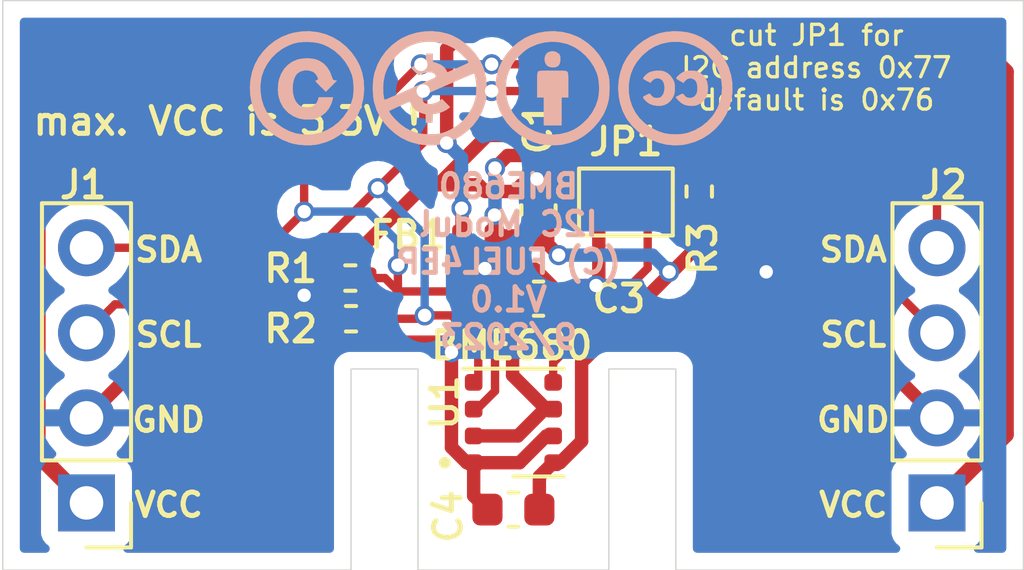
<source format=kicad_pcb>
(kicad_pcb (version 20211014) (generator pcbnew)
  (title_block (title "I2C_Module_BME280_FUEL4EP") (date "2023-09-07") (rev "V1.0") (company "(c) FUEL4EP"))
  (layers (0 "F.Cu" signal) (31 "B.Cu" signal) (34 "B.Paste" user) (35 "F.Paste" user) (36 "B.SilkS" user "B.Silkscreen") (37 "F.SilkS" user "F.Silkscreen") (38 "B.Mask" user) (39 "F.Mask" user) (44 "Edge.Cuts" user))
  (net 0 "")
  (net 1 "VCC")
  (net 2 "GND")
  (net 3 "/SCL")
  (net 4 "/SDA")
  (net 5 "VDDA")
  (net 6 "Net-(JP1-Pad2)")
  (footprint "Capacitor_SMD:C_0603_1608Metric" (layer "F.Cu") (at 16 -10.75 90)
    (fp_text reference "C1" (at 2.45 0 90) (layer "F.SilkS") (effects (font (size 0.8 0.8))))
    (fp_text value "4.7u")
    (fp_line (start -0.14058 -0.51) (end 0.14058 -0.51) (layer "F.SilkS") (width 0.12))
    (fp_line (start -0.14058 0.51) (end 0.14058 0.51) (layer "F.SilkS") (width 0.12))
    (pad "1" smd roundrect (at -0.775 0 90) (size 0.9 0.95) (layers "F.Cu" "F.Paste" "F.Mask") (net 5 "VDDA"))
    (pad "2" smd roundrect (at 0.775 0 90) (size 0.9 0.95) (layers "F.Cu" "F.Paste" "F.Mask") (net 2 "GND"))
  )
  (footprint "Connector_PinHeader_2.54mm:PinHeader_1x04_P2.54mm_Vertical" (layer "F.Cu") (at 2.5 -2 180)
    (fp_text reference "J1" (at 0.1 9.5) (layer "F.SilkS") (effects (font (size 0.8 0.8))))
    (fp_text value "Conn_01x04")
    (fp_line (start -1.33 1.27) (end 1.33 1.27) (layer "F.SilkS") (width 0.12))
    (fp_line (start -1.33 8.95) (end 1.33 8.95) (layer "F.SilkS") (width 0.12))
    (fp_line (start 1.33 1.27) (end 1.33 8.95) (layer "F.SilkS") (width 0.12))
    (fp_line (start -1.33 0) (end -1.33 -1.33) (layer "F.SilkS") (width 0.12))
    (fp_line (start -1.33 1.27) (end -1.33 8.95) (layer "F.SilkS") (width 0.12))
    (fp_line (start -1.33 -1.33) (end 0 -1.33) (layer "F.SilkS") (width 0.12))
    (pad "1" thru_hole rect (at 0 0 180) (size 1.7 1.7) (drill 1) (layers *.Cu *.Mask) (net 1 "VCC"))
    (pad "2" thru_hole oval (at 0 2.54 180) (size 1.7 1.7) (drill 1) (layers *.Cu *.Mask) (net 2 "GND"))
    (pad "3" thru_hole oval (at 0 5.08 180) (size 1.7 1.7) (drill 1) (layers *.Cu *.Mask) (net 3 "/SCL"))
    (pad "4" thru_hole oval (at 0 7.62 180) (size 1.7 1.7) (drill 1) (layers *.Cu *.Mask) (net 4 "/SDA"))
  )
  (footprint "Inductor_SMD:L_0402_1005Metric" (layer "F.Cu") (at 14.2 -10)
    (fp_text reference "FB1" (at -2.1 0) (layer "F.SilkS") (effects (font (size 0.8 0.8))))
    (fp_text value "FerriteBead")
    (pad "1" smd roundrect (at -0.485 0) (size 0.59 0.64) (layers "F.Cu" "F.Paste" "F.Mask") (net 1 "VCC"))
    (pad "2" smd roundrect (at 0.485 0) (size 0.59 0.64) (layers "F.Cu" "F.Paste" "F.Mask") (net 5 "VDDA"))
  )
  (footprint "Connector_PinHeader_2.54mm:PinHeader_1x04_P2.54mm_Vertical" (layer "F.Cu") (at 27.9 -2 180)
    (fp_text reference "J2" (at -0.2 9.5) (layer "F.SilkS") (effects (font (size 0.8 0.8))))
    (fp_text value "Conn_01x04")
    (fp_line (start 1.33 1.27) (end 1.33 8.95) (layer "F.SilkS") (width 0.12))
    (fp_line (start -1.33 -1.33) (end 0 -1.33) (layer "F.SilkS") (width 0.12))
    (fp_line (start -1.33 8.95) (end 1.33 8.95) (layer "F.SilkS") (width 0.12))
    (fp_line (start -1.33 1.27) (end -1.33 8.95) (layer "F.SilkS") (width 0.12))
    (fp_line (start -1.33 0) (end -1.33 -1.33) (layer "F.SilkS") (width 0.12))
    (fp_line (start -1.33 1.27) (end 1.33 1.27) (layer "F.SilkS") (width 0.12))
    (pad "1" thru_hole rect (at 0 0 180) (size 1.7 1.7) (drill 1) (layers *.Cu *.Mask) (net 1 "VCC"))
    (pad "2" thru_hole oval (at 0 2.54 180) (size 1.7 1.7) (drill 1) (layers *.Cu *.Mask) (net 2 "GND"))
    (pad "3" thru_hole oval (at 0 5.08 180) (size 1.7 1.7) (drill 1) (layers *.Cu *.Mask) (net 3 "/SCL"))
    (pad "4" thru_hole oval (at 0 7.62 180) (size 1.7 1.7) (drill 1) (layers *.Cu *.Mask) (net 4 "/SDA"))
  )
  (footprint "Package_LGA:Bosch_LGA-8_3x3mm_P0.8mm_ClockwisePinNumbering" (layer "F.Cu") (at 15.25 -4.4 90)
    (fp_text reference "U1" (at 0.6 -2.05 90) (layer "F.SilkS") (effects (font (size 0.8 0.8))))
    (fp_text value "BME680")
    (fp_line (start -1.61 0) (end -1.61 1.5) (layer "F.SilkS") (width 0.12))
    (fp_line (start 1.61 -1.5) (end 1.61 1.5) (layer "F.SilkS") (width 0.12))
    (pad "1" smd roundrect (at -1.2 -1.1875 90) (size 0.5 0.525) (layers "F.Cu" "F.Paste" "F.Mask") (net 2 "GND"))
    (pad "2" smd roundrect (at -0.4 -1.1875 90) (size 0.5 0.525) (layers "F.Cu" "F.Paste" "F.Mask") (net 1 "VCC"))
    (pad "3" smd roundrect (at 0.4 -1.1875 90) (size 0.5 0.525) (layers "F.Cu" "F.Paste" "F.Mask") (net 4 "/SDA"))
    (pad "4" smd roundrect (at 1.2 -1.1875 90) (size 0.5 0.525) (layers "F.Cu" "F.Paste" "F.Mask") (net 3 "/SCL"))
    (pad "5" smd roundrect (at 1.2 1.1875 90) (size 0.5 0.525) (layers "F.Cu" "F.Paste" "F.Mask") (net 6 "Net-(JP1-Pad2)"))
    (pad "6" smd roundrect (at 0.4 1.1875 90) (size 0.5 0.525) (layers "F.Cu" "F.Paste" "F.Mask") (net 1 "VCC"))
    (pad "7" smd roundrect (at -0.4 1.1875 90) (size 0.5 0.525) (layers "F.Cu" "F.Paste" "F.Mask") (net 2 "GND"))
    (pad "8" smd roundrect (at -1.2 1.1875 90) (size 0.5 0.525) (layers "F.Cu" "F.Paste" "F.Mask") (net 5 "VDDA"))
  )
  (footprint "Jumper:SolderJumper-2_P1.3mm_Bridged_Pad1.0x1.5mm" (layer "F.Cu") (at 18.61 -10.985)
    (fp_text reference "JP1" (at 0 -1.8) (layer "F.SilkS") (effects (font (size 0.8 0.8))))
    (fp_text value "SolderJumper_2_Bridged")
    (fp_poly (pts (xy -0.25 -0.3) (xy 0.25 -0.3) (xy 0.25 0.3) (xy -0.25 0.3)) (layer "F.Cu") (width 0) (fill solid))
    (fp_line (start -1.4 1) (end -1.4 -1) (layer "F.SilkS") (width 0.12))
    (fp_line (start 1.4 -1) (end 1.4 1) (layer "F.SilkS") (width 0.12))
    (fp_line (start 1.4 1) (end -1.4 1) (layer "F.SilkS") (width 0.12))
    (fp_line (start -1.4 -1) (end 1.4 -1) (layer "F.SilkS") (width 0.12))
    (pad "1" smd rect (at -0.65 0) (size 1 1.5) (layers "F.Cu" "F.Mask") (net 2 "GND"))
    (pad "2" smd rect (at 0.65 0) (size 1 1.5) (layers "F.Cu" "F.Mask") (net 6 "Net-(JP1-Pad2)"))
  )
  (footprint "Capacitor_SMD:C_0603_1608Metric" (layer "F.Cu") (at 16 -8.1 180)
    (fp_text reference "C3" (at -2.4 0) (layer "F.SilkS") (effects (font (size 0.8 0.8))))
    (fp_text value "100n")
    (fp_line (start -0.14058 -0.51) (end 0.14058 -0.51) (layer "F.SilkS") (width 0.12))
    (fp_line (start -0.14058 0.51) (end 0.14058 0.51) (layer "F.SilkS") (width 0.12))
    (pad "1" smd roundrect (at -0.775 0 180) (size 0.9 0.95) (layers "F.Cu" "F.Paste" "F.Mask") (net 2 "GND"))
    (pad "2" smd roundrect (at 0.775 0 180) (size 0.9 0.95) (layers "F.Cu" "F.Paste" "F.Mask") (net 1 "VCC"))
  )
  (footprint "Resistor_SMD:R_0402_1005Metric" (layer "F.Cu") (at 10.38 -8.715 180)
    (fp_text reference "R1" (at 1.78 0.285) (layer "F.SilkS") (effects (font (size 0.8 0.8))))
    (fp_text value "4.7k")
    (fp_line (start -0.153641 -0.38) (end 0.153641 -0.38) (layer "F.SilkS") (width 0.12))
    (fp_line (start -0.153641 0.38) (end 0.153641 0.38) (layer "F.SilkS") (width 0.12))
    (pad "1" smd roundrect (at -0.51 0 180) (size 0.54 0.64) (layers "F.Cu" "F.Paste" "F.Mask") (net 4 "/SDA"))
    (pad "2" smd roundrect (at 0.51 0 180) (size 0.54 0.64) (layers "F.Cu" "F.Paste" "F.Mask") (net 2 "GND"))
  )
  (footprint "Resistor_SMD:R_0402_1005Metric" (layer "F.Cu") (at 20.8 -11.3 -90)
    (fp_text reference "R3" (at 1.7 -0.1 -270) (layer "F.SilkS") (effects (font (size 0.8 0.8))))
    (fp_text value "10k")
    (fp_line (start -0.153641 0.38) (end 0.153641 0.38) (layer "F.SilkS") (width 0.12))
    (fp_line (start -0.153641 -0.38) (end 0.153641 -0.38) (layer "F.SilkS") (width 0.12))
    (pad "1" smd roundrect (at -0.51 0 270) (size 0.54 0.64) (layers "F.Cu" "F.Paste" "F.Mask") (net 5 "VDDA"))
    (pad "2" smd roundrect (at 0.51 0 270) (size 0.54 0.64) (layers "F.Cu" "F.Paste" "F.Mask") (net 6 "Net-(JP1-Pad2)"))
  )
  (footprint "Capacitor_SMD:C_0603_1608Metric" (layer "F.Cu") (at 15.25 -1.8)
    (fp_text reference "C4" (at -1.95 0.2 90) (layer "F.SilkS") (effects (font (size 0.8 0.8))))
    (fp_text value "100n")
    (fp_line (start -0.14058 -0.51) (end 0.14058 -0.51) (layer "F.SilkS") (width 0.12))
    (fp_line (start -0.14058 0.51) (end 0.14058 0.51) (layer "F.SilkS") (width 0.12))
    (pad "1" smd roundrect (at -0.775 0) (size 0.9 0.95) (layers "F.Cu" "F.Paste" "F.Mask") (net 2 "GND"))
    (pad "2" smd roundrect (at 0.775 0) (size 0.9 0.95) (layers "F.Cu" "F.Paste" "F.Mask") (net 5 "VDDA"))
  )
  (footprint "Resistor_SMD:R_0402_1005Metric" (layer "F.Cu") (at 10.4 -7.5 180)
    (fp_text reference "R2" (at 1.8 -0.3) (layer "F.SilkS") (effects (font (size 0.8 0.8))))
    (fp_text value "4.7k")
    (fp_line (start -0.153641 -0.38) (end 0.153641 -0.38) (layer "F.SilkS") (width 0.12))
    (fp_line (start -0.153641 0.38) (end 0.153641 0.38) (layer "F.SilkS") (width 0.12))
    (pad "1" smd roundrect (at -0.51 0 180) (size 0.54 0.64) (layers "F.Cu" "F.Paste" "F.Mask") (net 3 "/SCL"))
    (pad "2" smd roundrect (at 0.51 0 180) (size 0.54 0.64) (layers "F.Cu" "F.Paste" "F.Mask") (net 2 "GND"))
  )
  (footprint "FUEL4EP:CC-BY-ND-SA" (layer "B.Cu") (at 14.6 -14.4 180)
    (fp_text reference "LOGO1" hide)
    (fp_text value "Logo_Open_Hardware_Small" hide)
    (fp_poly (pts (xy -5.209548 1.665688) (xy -5.011275 1.624538) (xy -4.972053 1.612777) (xy -4.7484 1.523512) (xy -4.539651 1.404256) (xy -4.349534 1.258324) (xy -4.181776 1.089031) (xy -4.040104 0.899692) (xy -3.928245 0.693624) (xy -3.921431 0.678206) (xy -3.84411 0.458242) (xy -3.797539 0.228325) (xy -3.781301 -0.006356) (xy -3.794982 -0.240611) (xy -3.838168 -0.469251) (xy -3.910442 -0.687086) (xy -4.01139 -0.888927) (xy -4.051842 -0.9525) (xy -4.199518 -1.140499) (xy -4.371038 -1.305048) (xy -4.562485 -1.444516) (xy -4.769941 -1.557273) (xy -4.989492 -1.641687) (xy -5.217219 -1.696128) (xy -5.449207 -1.718963) (xy -5.681539 -1.708563) (xy -5.814786 -1.686684) (xy -6.061183 -1.617314) (xy -6.28875 -1.516971) (xy -6.496853 -1.386071) (xy -6.684853 -1.22503) (xy -6.852113 -1.034264) (xy -6.887783 -0.985947) (xy -7.009938 -0.784507) (xy -7.101444 -0.567448) (xy -7.161776 -0.339383) (xy -7.190409 -0.104923) (xy -7.188641 0.011407) (xy -6.882572 0.011407) (xy -6.870738 -0.196538) (xy -6.826092 -0.401799) (xy -6.748416 -0.601129) (xy -6.637496 -0.79128) (xy -6.579925 -0.86891) (xy -6.433303 -1.025609) (xy -6.261635 -1.160442) (xy -6.07167 -1.269028) (xy -5.87016 -1.346981) (xy -5.823857 -1.359867) (xy -5.67923 -1.385972) (xy -5.516996 -1.396701) (xy -5.351947 -1.392064) (xy -5.198876 -1.372073) (xy -5.142581 -1.359329) (xy -4.989449 -1.307458) (xy -4.830059 -1.232836) (xy -4.678485 -1.142765) (xy -4.568807 -1.061597) (xy -4.415184 -0.911264) (xy -4.289824 -0.740698) (xy -4.193725 -0.553611) (xy -4.12789 -0.353716) (xy -4.093317 -0.144726) (xy -4.091008 0.069647) (xy -4.121961 0.285689) (xy -4.164746 0.438252) (xy -4.237973 0.612176) (xy -4.336239 0.772571) (xy -4.464267 0.926713) (xy -4.516151 0.979714) (xy -4.684396 1.123003) (xy -4.865355 1.233195) (xy -5.061537 1.311404) (xy -5.275449 1.358743) (xy -5.400447 1.371946) (xy -5.62394 1.369882) (xy -5.839153 1.333056) (xy -6.043454 1.26245) (xy -6.234208 1.159049) (xy -6.408782 1.023834) (xy -6.457106 0.977712) (xy -6.606097 0.805066) (xy -6.723355 0.618865) (xy -6.808664 0.422356) (xy -6.861809 0.218788) (xy -6.882572 0.011407) (xy -7.188641 0.011407) (xy -7.186817 0.131323) (xy -7.150476 0.364741) (xy -7.080859 0.590721) (xy -7.070352 0.616857) (xy -6.960716 0.837412) (xy -6.822852 1.039041) (xy -6.659913 1.218727) (xy -6.475054 1.373451) (xy -6.271427 1.500196) (xy -6.052187 1.595945) (xy -6.044305 1.598686) (xy -5.850616 1.649898) (xy -5.639843 1.678229) (xy -5.422613 1.683539) (xy -5.209548 1.665688)) (layer "B.SilkS") (width 0.01) (fill solid))
    (fp_poly (pts (xy -1.636143 1.67626) (xy -1.403079 1.637746) (xy -1.179769 1.568814) (xy -0.986833 1.478224) (xy -0.779738 1.342441) (xy -0.59637 1.181093) (xy -0.43897 0.997087) (xy -0.309774 0.793329) (xy -0.211024 0.572727) (xy -0.159912 0.40461) (xy -0.134681 0.264319) (xy -0.120853 0.10248) (xy -0.118435 -0.06821) (xy -0.127432 -0.235057) (xy -0.147849 -0.385362) (xy -0.159515 -0.439225) (xy -0.230871 -0.66252) (xy -0.33074 -0.8663) (xy -0.461523 -1.054705) (xy -0.61078 -1.2176) (xy -0.806204 -1.384306) (xy -1.015784 -1.517926) (xy -1.241457 -1.619542) (xy -1.437722 -1.679217) (xy -1.538577 -1.697202) (xy -1.66278 -1.709235) (xy -1.797834 -1.714997) (xy -1.931241 -1.71417) (xy -2.050505 -1.706436) (xy -2.119685 -1.696588) (xy -2.351131 -1.637328) (xy -2.562754 -1.551066) (xy -2.759209 -1.435249) (xy -2.945147 -1.287321) (xy -3.050044 -1.185764) (xy -3.208286 -1.001506) (xy -3.33287 -0.808922) (xy -3.426197 -0.603741) (xy -3.482731 -0.416289) (xy -3.501917 -0.306727) (xy -3.514317 -0.173881) (xy -3.519754 -0.029675) (xy -3.519671 -0.022607) (xy -3.211167 -0.022607) (xy -3.204215 -0.178655) (xy -3.183128 -0.319429) (xy -3.177241 -0.344413) (xy -3.107204 -0.548893) (xy -3.004823 -0.74173) (xy -2.873454 -0.917767) (xy -2.716456 -1.071846) (xy -2.689246 -1.094066) (xy -2.577706 -1.177798) (xy -2.476587 -1.241164) (xy -2.372813 -1.291442) (xy -2.256932 -1.334699) (xy -2.05299 -1.384973) (xy -1.838685 -1.40412) (xy -1.622769 -1.391855) (xy -1.460643 -1.360751) (xy -1.271461 -1.294796) (xy -1.089039 -1.197656) (xy -0.919259 -1.074171) (xy -0.768003 -0.929184) (xy -0.641153 -0.767536) (xy -0.553937 -0.614403) (xy -0.500362 -0.489954) (xy -0.463582 -0.374559) (xy -0.441035 -0.25607) (xy -0.430159 -0.122342) (xy -0.428125 -0.018143) (xy -0.431493 0.126899) (xy -0.444246 0.248906) (xy -0.469301 0.360547) (xy -0.509572 0.474491) (xy -0.567975 0.603408) (xy -0.57396 0.615647) (xy -0.614333 0.693833) (xy -0.653441 0.758067) (xy -0.698448 0.817893) (xy -0.756517 0.882857) (xy -0.832654 0.960361) (xy -0.926642 1.050032) (xy -1.00769 1.118049) (xy -1.084943 1.171551) (xy -1.15225 1.209794) (xy -1.360218 1.29886) (xy -1.576631 1.354014) (xy -1.797434 1.374956) (xy -2.018577 1.361389) (xy -2.236007 1.313013) (xy -2.293345 1.294018) (xy -2.476559 1.21055) (xy -2.649753 1.09605) (xy -2.808183 0.955386) (xy -2.947102 0.793426) (xy -3.061764 0.615039) (xy -3.147424 0.425093) (xy -3.151415 0.413789) (xy -3.184347 0.285953) (xy -3.204404 0.136375) (xy -3.211167 -0.022607) (xy -3.519671 -0.022607) (xy -3.518052 0.113967) (xy -3.509036 0.24512) (xy -3.493989 0.345158) (xy -3.427876 0.571279) (xy -3.329181 0.786611) (xy -3.200928 0.987354) (xy -3.046142 1.169705) (xy -2.867847 1.329863) (xy -2.669069 1.464024) (xy -2.556978 1.523035) (xy -2.339379 1.607745) (xy -2.109742 1.661415) (xy -1.873514 1.684202) (xy -1.636143 1.67626)) (layer "B.SilkS") (width 0.01) (fill solid))
    (fp_poly (pts (xy -5.843953 0.500439) (xy -5.757446 0.482839) (xy -5.749031 0.480035) (xy -5.700535 0.455967) (xy -5.644831 0.418203) (xy -5.590408 0.373943) (xy -5.545751 0.33039) (xy -5.519348 0.294746) (xy -5.515644 0.281973) (xy -5.53052 0.264326) (xy -5.569301 0.236276) (xy -5.623252 0.204088) (xy -5.730645 0.145104) (xy -5.769091 0.199097) (xy -5.828835 0.254083) (xy -5.904 0.280239) (xy -5.984781 0.27482) (xy -6.009283 0.266361) (xy -6.072088 0.228314) (xy -6.113801 0.172277) (xy -6.13806 0.091943) (xy -6.14572 0.029835) (xy -6.145108 -0.086167) (xy -6.121607 -0.177082) (xy -6.074001 -0.246926) (xy -6.057111 -0.262478) (xy -5.991622 -0.298108) (xy -5.916913 -0.309361) (xy -5.843584 -0.297538) (xy -5.782234 -0.263942) (xy -5.750213 -0.224782) (xy -5.728724 -0.194672) (xy -5.701887 -0.184365) (xy -5.662118 -0.194242) (xy -5.601833 -0.224686) (xy -5.587104 -0.233015) (xy -5.49678 -0.284602) (xy -5.571814 -0.369845) (xy -5.658971 -0.452843) (xy -5.751414 -0.505228) (xy -5.859562 -0.531957) (xy -5.923643 -0.537288) (xy -5.996805 -0.538034) (xy -6.063044 -0.534665) (xy -6.105072 -0.528499) (xy -6.218229 -0.481018) (xy -6.316183 -0.404686) (xy -6.391717 -0.306046) (xy -6.422688 -0.240452) (xy -6.45238 -0.117926) (xy -6.458053 0.016497) (xy -6.439748 0.147547) (xy -6.421555 0.207195) (xy -6.373897 0.296042) (xy -6.303931 0.37868) (xy -6.221605 0.445362) (xy -6.136867 0.486341) (xy -6.136564 0.486432) (xy -6.049851 0.502506) (xy -5.946868 0.507085) (xy -5.843953 0.500439)) (layer "B.SilkS") (width 0.01) (fill solid))
    (fp_poly (pts (xy -4.925138 0.505796) (xy -4.81855 0.491246) (xy -4.726924 0.463993) (xy -4.693669 0.447651) (xy -4.639115 0.409823) (xy -4.588988 0.365166) (xy -4.550081 0.321093) (xy -4.529184 0.285019) (xy -4.529165 0.268063) (xy -4.549131 0.252659) (xy -4.592001 0.22733) (xy -4.641358 0.20123) (xy -4.744357 0.149271) (xy -4.777776 0.193653) (xy -4.817814 0.232366) (xy -4.869336 0.265727) (xy -4.872397 0.267221) (xy -4.947499 0.28463) (xy -5.023094 0.271287) (xy -5.087866 0.230532) (xy -5.116265 0.195244) (xy -5.152204 0.107439) (xy -5.165591 0.007448) (xy -5.157294 -0.093932) (xy -5.128182 -0.185902) (xy -5.079925 -0.256867) (xy -5.0414 -0.288969) (xy -4.999968 -0.304281) (xy -4.939733 -0.308413) (xy -4.93386 -0.308429) (xy -4.874027 -0.305564) (xy -4.833513 -0.292248) (xy -4.795506 -0.2614) (xy -4.777066 -0.242382) (xy -4.714776 -0.176335) (xy -4.624054 -0.218826) (xy -4.57219 -0.244896) (xy -4.535268 -0.266765) (xy -4.524183 -0.276124) (xy -4.527781 -0.301789) (xy -4.554432 -0.341255) (xy -4.597453 -0.387528) (xy -4.650161 -0.433616) (xy -4.705872 -0.472524) (xy -4.719126 -0.480114) (xy -4.824046 -0.520178) (xy -4.944788 -0.539238) (xy -5.06673 -0.536033) (xy -5.152572 -0.517493) (xy -5.26254 -0.463284) (xy -5.353645 -0.37893) (xy -5.418378 -0.277249) (xy -5.44427 -0.218917) (xy -5.459545 -0.165976) (xy -5.466834 -0.104803) (xy -5.468772 -0.021776) (xy -5.468776 -0.016534) (xy -5.467255 0.066199) (xy -5.460852 0.126179) (xy -5.446806 0.176873) (xy -5.422354 0.231753) (xy -5.414807 0.246699) (xy -5.344396 0.350781) (xy -5.253868 0.432217) (xy -5.150323 0.484924) (xy -5.12913 0.49136) (xy -5.03317 0.506286) (xy -4.925138 0.505796)) (layer "B.SilkS") (width 0.01) (fill solid))
    (fp_poly (pts (xy 2.004497 1.677952) (xy 2.239964 1.640843) (xy 2.466241 1.573957) (xy 2.677838 1.477988) (xy 2.781126 1.416245) (xy 2.980099 1.265197) (xy 3.152477 1.090769) (xy 3.296565 0.895326) (xy 3.41067 0.681233) (xy 3.493097 0.450855) (xy 3.504902 0.405983) (xy 3.530828 0.262819) (xy 3.544851 0.098346) (xy 3.546966 -0.074642) (xy 3.53717 -0.24335) (xy 3.515455 -0.394984) (xy 3.505228 -0.440896) (xy 3.435023 -0.661014) (xy 3.337718 -0.86115) (xy 3.210384 -1.046302) (xy 3.050096 -1.221468) (xy 3.045444 -1.225952) (xy 2.879178 -1.371149) (xy 2.711865 -1.486251) (xy 2.534883 -1.576649) (xy 2.404276 -1.626876) (xy 2.175011 -1.687526) (xy 1.937941 -1.717256) (xy 1.701738 -1.715379) (xy 1.542143 -1.695) (xy 1.316831 -1.636381) (xy 1.100807 -1.54555) (xy 0.897824 -1.425774) (xy 0.711631 -1.280321) (xy 0.54598 -1.112458) (xy 0.404622 -0.925453) (xy 0.291308 -0.722574) (xy 0.221183 -0.544286) (xy 0.187458 -0.42911) (xy 0.16476 -0.32333) (xy 0.151773 -0.215805) (xy 0.147183 -0.09539) (xy 0.148609 -0.012653) (xy 0.453886 -0.012653) (xy 0.462432 -0.189028) (xy 0.489328 -0.345411) (xy 0.537478 -0.494643) (xy 0.588379 -0.607786) (xy 0.705747 -0.806105) (xy 0.847631 -0.977745) (xy 1.014726 -1.123399) (xy 1.207726 -1.243761) (xy 1.244985 -1.262654) (xy 1.356604 -1.313919) (xy 1.456625 -1.350444) (xy 1.555093 -1.37419) (xy 1.662052 -1.387115) (xy 1.787548 -1.391182) (xy 1.895928 -1.389701) (xy 2.011783 -1.385462) (xy 2.100421 -1.378873) (xy 2.170889 -1.368794) (xy 2.232236 -1.354087) (xy 2.267465 -1.342897) (xy 2.432452 -1.278043) (xy 2.575614 -1.201601) (xy 2.708674 -1.106262) (xy 2.843352 -0.984717) (xy 2.846005 -0.982105) (xy 2.924337 -0.900668) (xy 2.987461 -0.826668) (xy 3.032432 -0.764215) (xy 3.056307 -0.717421) (xy 3.056142 -0.690396) (xy 3.055431 -0.689619) (xy 3.03471 -0.677732) (xy 2.987457 -0.654544) (xy 2.920282 -0.623012) (xy 2.839792 -0.586097) (xy 2.752595 -0.546758) (xy 2.6653 -0.507955) (xy 2.584516 -0.472646) (xy 2.516849 -0.443792) (xy 2.468909 -0.424352) (xy 2.447347 -0.417286) (xy 2.433463 -0.432531) (xy 2.416458 -0.469726) (xy 2.4147 -0.474635) (xy 2.361869 -0.573238) (xy 2.279408 -0.658617) (xy 2.172931 -0.726175) (xy 2.054208 -0.769775) (xy 1.9685 -0.791694) (xy 1.966376 -0.917454) (xy 1.964253 -1.043214) (xy 1.768928 -1.043214) (xy 1.758358 -0.78466) (xy 1.651666 -0.772589) (xy 1.556675 -0.75144) (xy 1.45191 -0.711814) (xy 1.353461 -0.660683) (xy 1.289366 -0.615597) (xy 1.245231 -0.578461) (xy 1.365851 -0.457841) (xy 1.486471 -0.337222) (xy 1.52814 -0.376367) (xy 1.599844 -0.42682) (xy 1.688433 -0.464262) (xy 1.784297 -0.487079) (xy 1.877826 -0.493657) (xy 1.959408 -0.482382) (xy 2.012083 -0.457629) (xy 2.041772 -0.429061) (xy 2.055706 -0.392767) (xy 2.059214 -0.334737) (xy 2.059214 -0.33372) (xy 2.057109 -0.27913) (xy 2.04614 -0.247513) (xy 2.019323 -0.225605) (xy 1.995714 -0.213102) (xy 1.944855 -0.188646) (xy 1.869545 -0.153905) (xy 1.773873 -0.110654) (xy 1.661926 -0.06067) (xy 1.537793 -0.005728) (xy 1.40556 0.052397) (xy 1.269315 0.111929) (xy 1.133145 0.171093) (xy 1.00114 0.228113) (xy 0.877385 0.281213) (xy 0.765969 0.328618) (xy 0.67098 0.368552) (xy 0.596505 0.39924) (xy 0.546631 0.418906) (xy 0.525446 0.425775) (xy 0.525079 0.4257) (xy 0.509594 0.399671) (xy 0.493846 0.345314) (xy 0.479123 0.270558) (xy 0.466712 0.183325) (xy 0.457899 0.091544) (xy 0.453974 0.003139) (xy 0.453886 -0.012653) (xy 0.148609 -0.012653) (xy 0.149673 0.049056) (xy 0.150016 0.058632) (xy 0.170045 0.288086) (xy 0.213987 0.494986) (xy 0.284269 0.686021) (xy 0.321729 0.754798) (xy 0.68963 0.754798) (xy 0.705166 0.738069) (xy 0.745722 0.713385) (xy 0.802544 0.686068) (xy 0.803022 0.685861) (xy 0.866491 0.658202) (xy 0.951129 0.621009) (xy 1.044976 0.579548) (xy 1.120374 0.54608) (xy 1.324534 0.455224) (xy 1.36126 0.527213) (xy 1.426479 0.615262) (xy 1.522788 0.685016) (xy 1.649796 0.736222) (xy 1.709964 0.751645) (xy 1.736079 0.759245) (xy 1.750997 0.7733) (xy 1.75785 0.802453) (xy 1.759769 0.855343) (xy 1.759857 0.889346) (xy 1.759857 1.016) (xy 1.959428 1.016) (xy 1.959428 0.763644) (xy 2.027464 0.752492) (xy 2.110114 0.733338) (xy 2.198444 0.703976) (xy 2.279314 0.669466) (xy 2.339584 0.634867) (xy 2.346385 0.629703) (xy 2.396383 0.589643) (xy 2.177621 0.373537) (xy 2.091696 0.415283) (xy 1.999013 0.449818) (xy 1.906475 0.465989) (xy 1.820922 0.464512) (xy 1.749195 0.446104) (xy 1.698134 0.411481) (xy 1.67656 0.371796) (xy 1.67292 0.330936) (xy 1.68045 0.308027) (xy 1.70022 0.297221) (xy 1.749075 0.273733) (xy 1.822903 0.23939) (xy 1.917596 0.196024) (xy 2.029046 0.145462) (xy 2.153142 0.089536) (xy 2.285775 0.030073) (xy 2.422837 -0.031096) (xy 2.560218 -0.092142) (xy 2.693809 -0.151236) (xy 2.819501 -0.206547) (xy 2.933184 -0.256248) (xy 3.03075 -0.298508) (xy 3.108089 -0.331498) (xy 3.161091 -0.353388) (xy 3.185649 -0.362349) (xy 3.186492 -0.362469) (xy 3.204742 -0.347183) (xy 3.217829 -0.312964) (xy 3.240011 -0.150735) (xy 3.242527 0.027907) (xy 3.226174 0.209412) (xy 3.191753 0.38023) (xy 3.173303 0.441931) (xy 3.098341 0.614798) (xy 2.992572 0.78221) (xy 2.861473 0.938372) (xy 2.710522 1.077488) (xy 2.545195 1.193762) (xy 2.385748 1.275307) (xy 2.183792 1.341028) (xy 1.972543 1.3741) (xy 1.757563 1.374978) (xy 1.544415 1.344119) (xy 1.338661 1.281978) (xy 1.145866 1.189011) (xy 1.116601 1.171312) (xy 1.060957 1.132024) (xy 0.994994 1.07838) (xy 0.924194 1.01573) (xy 0.854044 0.949424) (xy 0.790028 0.884813) (xy 0.737631 0.827246) (xy 0.702338 0.782075) (xy 0.68963 0.754798) (xy 0.321729 0.754798) (xy 0.383319 0.867877) (xy 0.505043 1.036698) (xy 0.651739 1.197408) (xy 0.818283 1.341616) (xy 0.997318 1.464061) (xy 1.181489 1.559483) (xy 1.297846 1.603681) (xy 1.527949 1.660064) (xy 1.765329 1.68459) (xy 2.004497 1.677952)) (layer "B.SilkS") (width 0.01) (fill solid))
    (fp_poly (pts (xy 5.670842 1.677935) (xy 5.915989 1.63849) (xy 6.050643 1.601909) (xy 6.269262 1.514938) (xy 6.474607 1.395684) (xy 6.663296 1.246777) (xy 6.831945 1.070844) (xy 6.962883 0.892993) (xy 7.071921 0.691595) (xy 7.150769 0.474874) (xy 7.199461 0.247583) (xy 7.218029 0.014479) (xy 7.206508 -0.219682) (xy 7.164931 -0.450144) (xy 7.09333 -0.672153) (xy 6.99174 -0.880951) (xy 6.949976 -0.948698) (xy 6.811165 -1.129568) (xy 6.644386 -1.293309) (xy 6.455571 -1.435725) (xy 6.250655 -1.552615) (xy 6.035573 -1.639782) (xy 5.930782 -1.669753) (xy 5.763154 -1.700578) (xy 5.581777 -1.715724) (xy 5.400261 -1.714879) (xy 5.232217 -1.697733) (xy 5.17534 -1.687012) (xy 4.941487 -1.621211) (xy 4.729088 -1.529022) (xy 4.533181 -1.407644) (xy 4.348806 -1.254278) (xy 4.270165 -1.176054) (xy 4.111735 -0.985678) (xy 3.986368 -0.780431) (xy 3.894291 -0.560879) (xy 3.83573 -0.327589) (xy 3.810911 -0.08113) (xy 3.81 -0.02224) (xy 3.810835 -0.007953) (xy 4.121254 -0.007953) (xy 4.124758 -0.146854) (xy 4.13872 -0.270671) (xy 4.144659 -0.301355) (xy 4.206645 -0.50465) (xy 4.299913 -0.695355) (xy 4.420897 -0.8702) (xy 4.566033 -1.025918) (xy 4.731755 -1.159241) (xy 4.914498 -1.2669) (xy 5.110698 -1.345626) (xy 5.316789 -1.392153) (xy 5.337499 -1.394872) (xy 5.49535 -1.403679) (xy 5.664778 -1.395219) (xy 5.826203 -1.370751) (xy 5.869071 -1.360751) (xy 6.056878 -1.295399) (xy 6.239622 -1.198982) (xy 6.410435 -1.076679) (xy 6.562449 -0.933665) (xy 6.688794 -0.775117) (xy 6.727552 -0.713739) (xy 6.813562 -0.533659) (xy 6.872816 -0.335649) (xy 6.904311 -0.127345) (xy 6.907043 0.083619) (xy 6.880007 0.28961) (xy 6.866866 0.345744) (xy 6.799893 0.535577) (xy 6.701334 0.717408) (xy 6.575816 0.885598) (xy 6.42796 1.034507) (xy 6.262392 1.158496) (xy 6.147519 1.223027) (xy 6.017285 1.282756) (xy 5.90246 1.32426) (xy 5.790443 1.350436) (xy 5.668632 1.364183) (xy 5.524424 1.3684) (xy 5.515428 1.368413) (xy 5.338795 1.361192) (xy 5.184248 1.337577) (xy 5.040251 1.29482) (xy 4.895269 1.230173) (xy 4.862285 1.212842) (xy 4.682817 1.096421) (xy 4.520049 0.951294) (xy 4.378505 0.782938) (xy 4.262708 0.596828) (xy 4.17718 0.398441) (xy 4.168965 0.373438) (xy 4.143811 0.264774) (xy 4.127756 0.133449) (xy 4.121254 -0.007953) (xy 3.810835 -0.007953) (xy 3.824302 0.222432) (xy 3.868255 0.448631) (xy 3.94343 0.660866) (xy 4.051396 0.863645) (xy 4.182697 1.047804) (xy 4.349783 1.228665) (xy 4.537058 1.380734) (xy 4.741512 1.503119) (xy 4.960129 1.594925) (xy 5.189899 1.655259) (xy 5.427807 1.683227) (xy 5.670842 1.677935)) (layer "B.SilkS") (width 0.01) (fill solid))
    (fp_poly (pts (xy -1.684775 0.507665) (xy -1.582561 0.506458) (xy -1.507467 0.504075) (xy -1.454911 0.500211) (xy -1.420315 0.494563) (xy -1.399096 0.486826) (xy -1.389225 0.47949) (xy -1.379373 0.464706) (xy -1.37202 0.4396) (xy -1.366826 0.399396) (xy -1.363449 0.339319) (xy -1.361547 0.254593) (xy -1.36078 0.140441) (xy -1.360715 0.080347) (xy -1.360715 -0.290286) (xy -1.560286 -0.290286) (xy -1.560286 -1.124857) (xy -2.086429 -1.124857) (xy -2.086429 -0.290286) (xy -2.286 -0.290286) (xy -2.286 0.078831) (xy -2.285741 0.204694) (xy -2.284688 0.299273) (xy -2.282423 0.367566) (xy -2.278533 0.414571) (xy -2.272602 0.445289) (xy -2.264213 0.464717) (xy -2.252952 0.477856) (xy -2.252822 0.477974) (xy -2.237759 0.487929) (xy -2.214354 0.495451) (xy -2.17789 0.500868) (xy -2.123652 0.504505) (xy -2.046921 0.506688) (xy -1.942983 0.507744) (xy -1.818689 0.508) (xy -1.684775 0.507665)) (layer "B.SilkS") (width 0.01) (fill solid))
    (fp_poly (pts (xy -1.758829 1.081206) (xy -1.681066 1.051401) (xy -1.644833 1.023028) (xy -1.602485 0.957461) (xy -1.58392 0.876987) (xy -1.588425 0.792509) (xy -1.615287 0.714933) (xy -1.663794 0.655164) (xy -1.669155 0.651061) (xy -1.734456 0.620972) (xy -1.816263 0.607523) (xy -1.897774 0.612956) (xy -1.917466 0.617925) (xy -1.983336 0.650778) (xy -2.025596 0.704563) (xy -2.046664 0.783464) (xy -2.050143 0.847485) (xy -2.048325 0.914308) (xy -2.040276 0.957618) (xy -2.022101 0.990111) (xy -1.998444 1.016061) (xy -1.928279 1.063325) (xy -1.844821 1.08511) (xy -1.758829 1.081206)) (layer "B.SilkS") (width 0.01) (fill solid))
    (fp_poly (pts (xy 5.631663 0.869092) (xy 5.756036 0.849657) (xy 5.808844 0.835608) (xy 5.958363 0.770394) (xy 6.089457 0.675837) (xy 6.199517 0.555252) (xy 6.285937 0.411952) (xy 6.346109 0.249251) (xy 6.371997 0.119868) (xy 6.382633 -0.074657) (xy 6.361671 -0.257556) (xy 6.30983 -0.425875) (xy 6.227827 -0.576658) (xy 6.190782 -0.626424) (xy 6.067105 -0.752147) (xy 5.923981 -0.84844) (xy 5.76494 -0.913961) (xy 5.593512 -0.947365) (xy 5.413228 -0.947307) (xy 5.363715 -0.941412) (xy 5.210463 -0.901754) (xy 5.07216 -0.831164) (xy 4.952761 -0.733294) (xy 4.856223 -0.611792) (xy 4.786504 -0.470308) (xy 4.76108 -0.385536) (xy 4.738558 -0.290286) (xy 5.166406 -0.290286) (xy 5.186431 -0.36981) (xy 5.221372 -0.44617) (xy 5.280267 -0.514618) (xy 5.351973 -0.56355) (xy 5.384225 -0.575773) (xy 5.429607 -0.583324) (xy 5.494601 -0.588232) (xy 5.54443 -0.589337) (xy 5.653061 -0.574945) (xy 5.743656 -0.530985) (xy 5.819732 -0.455288) (xy 5.858714 -0.395772) (xy 5.906243 -0.285879) (xy 5.934892 -0.161405) (xy 5.945233 -0.02991) (xy 5.937837 0.101048) (xy 5.913276 0.223909) (xy 5.872121 0.331115) (xy 5.814946 0.415105) (xy 5.795987 0.433571) (xy 5.706483 0.489204) (xy 5.600325 0.518149) (xy 5.48637 0.519526) (xy 5.373472 0.492452) (xy 5.341462 0.478806) (xy 5.280718 0.435252) (xy 5.227647 0.371815) (xy 5.192726 0.302371) (xy 5.18568 0.272521) (xy 5.188127 0.238198) (xy 5.214096 0.221725) (xy 5.230231 0.218092) (xy 5.249984 0.213251) (xy 5.258418 0.204984) (xy 5.252666 0.188932) (xy 5.229859 0.160738) (xy 5.187131 0.116041) (xy 5.121614 0.050484) (xy 5.116838 0.045735) (xy 4.953 -0.117172) (xy 4.78912 0.045735) (xy 4.625239 0.208643) (xy 4.684798 0.217714) (xy 4.72315 0.227831) (xy 4.746464 0.250297) (xy 4.764522 0.295733) (xy 4.768339 0.308429) (xy 4.831988 0.475308) (xy 4.916613 0.61287) (xy 5.022946 0.72191) (xy 5.151719 0.803223) (xy 5.263314 0.846445) (xy 5.371321 0.867763) (xy 5.498764 0.875219) (xy 5.631663 0.869092)) (layer "B.SilkS") (width 0.01) (fill solid))
  )
  (gr_circle (center 13.2 -3.2) (end 13.3 -3.2) (layer "F.SilkS") (width 0.1524) (fill solid))
  (gr_line (start 10.4 0) (end 0 0) (layer "Edge.Cuts") (width 0.0381))
  (gr_line (start 20.1 -6) (end 18.1 -6) (layer "Edge.Cuts") (width 0.0381))
  (gr_line (start 10.4 -6) (end 12.4 -6) (layer "Edge.Cuts") (width 0.0381))
  (gr_line (start 20.1 0) (end 20.1 -6) (layer "Edge.Cuts") (width 0.0381))
  (gr_line (start 10.4 0) (end 10.4 -6) (layer "Edge.Cuts") (width 0.0381))
  (gr_line (start 30.48 0) (end 20.1 0) (layer "Edge.Cuts") (width 0.0381))
  (gr_line (start 0 -17) (end 0 0) (layer "Edge.Cuts") (width 0.0381))
  (gr_line (start 0 -17) (end 30.48 -17) (layer "Edge.Cuts") (width 0.0381))
  (gr_line (start 18.1 0) (end 12.4 0) (layer "Edge.Cuts") (width 0.0381))
  (gr_line (start 12.4 -6) (end 12.4 0) (layer "Edge.Cuts") (width 0.0381))
  (gr_line (start 18.1 -6) (end 18.1 0) (layer "Edge.Cuts") (width 0.0381))
  (gr_line (start 30.48 -17) (end 30.48 0) (layer "Edge.Cuts") (width 0.0381))
  (gr_text "BME680\nI2C Modul\n(C) FUEL4EP\nV1.0\n9/2023" (at 15.1 -9.2) (layer "B.SilkS") (effects (font (size 0.7 0.7) (thickness 0.1524)) (justify mirror)))
  (gr_text "SCL\n" (at 4.953 -7.02) (layer "F.SilkS") (effects (font (size 0.7 0.7))))
  (gr_text "SDA" (at 25.4 -9.56) (layer "F.SilkS") (effects (font (size 0.7 0.7))))
  (gr_text "GND\n" (at 25.4 -4.48) (layer "F.SilkS") (effects (font (size 0.7 0.7))))
  (gr_text "GND\n" (at 4.953 -4.48) (layer "F.SilkS") (effects (font (size 0.7 0.7))))
  (gr_text "SCL\n" (at 25.4 -7.02) (layer "F.SilkS") (effects (font (size 0.7 0.7))))
  (gr_text "VCC\n" (at 4.953 -1.94) (layer "F.SilkS") (effects (font (size 0.7 0.7))))
  (gr_text "cut JP1 for\nI2C address 0x77\ndefault is 0x76\n" (at 24.3 -15) (layer "F.SilkS") (effects (font (size 0.6 0.6) (thickness 0.1))))
  (gr_text "BME680" (at 15.2 -6.7) (layer "F.SilkS") (effects (font (size 0.8128 0.8128) (thickness 0.1524))))
  (gr_text "SDA" (at 4.953 -9.56) (layer "F.SilkS") (effects (font (size 0.7 0.7))))
  (gr_text "VCC\n" (at 25.4 -1.94) (layer "F.SilkS") (effects (font (size 0.7 0.7))))
  (gr_text "max. VCC is 3.3V !" (at 6.7 -13.4) (layer "F.SilkS") (effects (font (size 0.8 0.8) (thickness 0.1524))))
  (segment (start 1.672685 -16.21) (end 1.8 -16.21) (width 0.5) (layer "F.Cu") (net 1))
  (segment (start 29.945 -4.045) (end 29.945 -14.868858) (width 0.5) (layer "F.Cu") (net 1))
  (segment (start 15.384716 -4) (end 16.184716 -4.8) (width 0.4) (layer "F.Cu") (net 1))
  (segment (start 13.256717 -15.556717) (end 13.256717 -12.747565) (width 0.4) (layer "F.Cu") (net 1))
  (segment (start 14.0625 -4) (end 15.384716 -4) (width 0.4) (layer "F.Cu") (net 1))
  (segment (start 1.8 -16.21) (end 13.91 -16.21) (width 0.5) (layer "F.Cu") (net 1))
  (segment (start 13.7005 -8.710257) (end 14.310757 -8.1) (width 0.4) (layer "F.Cu") (net 1))
  (segment (start 13.91 -16.21) (end 28.603858 -16.21) (width 0.5) (layer "F.Cu") (net 1))
  (segment (start 29.945 -14.868858) (end 28.603858 -16.21) (width 0.5) (layer "F.Cu") (net 1))
  (segment (start 13.7005 -9.289743) (end 13.7005 -8.710257) (width 0.4) (layer "F.Cu") (net 1))
  (segment (start 16.232538 -4.8) (end 15.225 -5.807538) (width 0.4) (layer "F.Cu") (net 1))
  (segment (start 13.715 -10) (end 13.715 -9.304243) (width 0.4) (layer "F.Cu") (net 1))
  (segment (start 13.715 -10) (end 13.715 -10.785) (width 0.4) (layer "F.Cu") (net 1))
  (segment (start 27.9 -2) (end 29.945 -4.045) (width 0.5) (layer "F.Cu") (net 1))
  (segment (start 14.310757 -8.1) (end 15.225 -8.1) (width 0.4) (layer "F.Cu") (net 1))
  (segment (start 16.184716 -4.8) (end 16.232538 -4.8) (width 0.4) (layer "F.Cu") (net 1))
  (segment (start 1.03 -15.567315) (end 1.672685 -16.21) (width 0.5) (layer "F.Cu") (net 1))
  (segment (start 13.715 -9.304243) (end 13.7005 -9.289743) (width 0.4) (layer "F.Cu") (net 1))
  (segment (start 15.225 -5.807538) (end 15.225 -8.1) (width 0.4) (layer "F.Cu") (net 1))
  (segment (start 13.715 -10.785) (end 13.7 -10.8) (width 0.4) (layer "F.Cu") (net 1))
  (segment (start 13.91 -16.21) (end 13.256717 -15.556717) (width 0.4) (layer "F.Cu") (net 1))
  (segment (start 2.5 -2) (end 1.03 -3.47) (width 0.5) (layer "F.Cu") (net 1))
  (segment (start 1.03 -3.47) (end 1.03 -15.567315) (width 0.5) (layer "F.Cu") (net 1))
  (segment (start 16.4375 -4.8) (end 16.232538 -4.8) (width 0.4) (layer "F.Cu") (net 1))
  (via (at 13.7 -10.8) (size 0.6) (drill 0.4) (layers "F.Cu" "B.Cu") (net 1))
  (via (at 13.256717 -12.747565) (size 0.6) (drill 0.4) (layers "F.Cu" "B.Cu") (net 1))
  (segment (start 13.7 -12.304282) (end 13.256717 -12.747565) (width 0.4) (layer "B.Cu") (net 1))
  (segment (start 13.7 -10.8) (end 13.7 -12.304282) (width 0.4) (layer "B.Cu") (net 1))
  (segment (start 22.8 -11.181604) (end 21.007104 -12.9745) (width 0.4) (layer "F.Cu") (net 2))
  (segment (start 14.425 -8.975) (end 15.9 -8.975) (width 0.4) (layer "F.Cu") (net 2))
  (segment (start 15.432538 -3.2) (end 16.232538 -4) (width 0.4) (layer "F.Cu") (net 2))
  (segment (start 15.489743 -11.5005) (end 15.289743 -11.3005) (width 0.4) (layer "F.Cu") (net 2))
  (segment (start 21.007104 -12.9745) (end 14.472896 -12.9745) (width 0.4) (layer "F.Cu") (net 2))
  (segment (start 12.598896 -11.5005) (end 9.87 -8.771604) (width 0.4) (layer "F.Cu") (net 2))
  (segment (start 17.8 -8.572728) (end 17.719014 -8.491742) (width 0.4) (layer "F.Cu") (net 2))
  (segment (start 14.0625 -3.2) (end 15.432538 -3.2) (width 0.4) (layer "F.Cu") (net 2))
  (segment (start 14.425 -8.975) (end 14.4 -9) (width 0.4) (layer "F.Cu") (net 2))
  (segment (start 17.8 -10.825) (end 17.8 -8.572728) (width 0.4) (layer "F.Cu") (net 2))
  (segment (start 22.8 -8.9) (end 22.8 -11.181604) (width 0.4) (layer "F.Cu") (net 2))
  (segment (start 8.92 -6.78) (end 8.9 -6.8) (width 0.4) (layer "F.Cu") (net 2))
  (segment (start 17.391742 -8.491742) (end 17.719014 -8.491742) (width 0.4) (layer "F.Cu") (net 2))
  (segment (start 16.232538 -4) (end 16.4375 -4) (width 0.4) (layer "F.Cu") (net 2))
  (segment (start 15.9755 -11.5005) (end 15.489743 -11.5005) (width 0.4) (layer "F.Cu") (net 2))
  (segment (start 13.4 -6.5) (end 13.1 -6.8) (width 0.4) (layer "F.Cu") (net 2))
  (segment (start 14.472896 -12.9745) (end 12.998896 -11.5005) (width 0.4) (layer "F.Cu") (net 2))
  (segment (start 14.0625 -3.2) (end 14.0625 -2.2125) (width 0.4) (layer "F.Cu") (net 2))
  (segment (start 8.9 -6.8) (end 4.76 -6.8) (width 0.4) (layer "F.Cu") (net 2))
  (segment (start 13.4 -6.5) (end 13.4 -3.657538) (width 0.4) (layer "F.Cu") (net 2))
  (segment (start 14.0625 -2.2125) (end 14.475 -1.8) (width 0.4) (layer "F.Cu") (net 2))
  (segment (start 17 -8.1) (end 17.391742 -8.491742) (width 0.4) (layer "F.Cu") (net 2))
  (segment (start 9.87 -8.315) (end 9.87 -8.07) (width 0.4) (layer "F.Cu") (net 2))
  (segment (start 9.89 -6.89) (end 9.78 -6.78) (width 0.4) (layer "F.Cu") (net 2))
  (segment (start 9.89 -7.5) (end 9.89 -6.89) (width 0.4) (layer "F.Cu") (net 2))
  (segment (start 23.54 -8.9) (end 22.8 -8.9) (width 0.4) (layer "F.Cu") (net 2))
  (segment (start 16.775 -8.1) (end 15.9 -8.975) (width 0.4) (layer "F.Cu") (net 2))
  (segment (start 9 -8.2) (end 9.74 -8.2) (width 0.4) (layer "F.Cu") (net 2))
  (segment (start 9.87 -8.07) (end 9.87 -7.77) (width 0.4) (layer "F.Cu") (net 2))
  (segment (start 9.74 -8.2) (end 9.87 -8.07) (width 0.4) (layer "F.Cu") (net 2))
  (segment (start 14.410257 -11.3005) (end 14.210257 -11.5005) (width 0.4) (layer "F.Cu") (net 2))
  (segment (start 12.998896 -11.5005) (end 12.598896 -11.5005) (width 0.4) (layer "F.Cu") (net 2))
  (segment (start 13.4 -3.657538) (end 13.857538 -3.2) (width 0.4) (layer "F.Cu") (net 2))
  (segment (start 13.1 -6.8) (end 11.286604 -6.8) (width 0.4) (layer "F.Cu") (net 2))
  (segment (start 14.210257 -11.5005) (end 12.998896 -11.5005) (width 0.4) (layer "F.Cu") (net 2))
  (segment (start 4.76 -6.8) (end 2.5 -4.54) (width 0.4) (layer "F.Cu") (net 2))
  (segment (start 11.286604 -6.8) (end 11.266604 -6.78) (width 0.4) (layer "F.Cu") (net 2))
  (segment (start 17.42 -11.525) (end 17.96 -10.985) (width 0.4) (layer "F.Cu") (net 2))
  (segment (start 16 -11.525) (end 17.42 -11.525) (width 0.4) (layer "F.Cu") (net 2))
  (segment (start 9.78 -6.78) (end 8.92 -6.78) (width 0.4) (layer "F.Cu") (net 2))
  (segment (start 13.857538 -3.2) (end 14.0625 -3.2) (width 0.4) (layer "F.Cu") (net 2))
  (segment (start 11.266604 -6.78) (end 9.78 -6.78) (width 0.4) (layer "F.Cu") (net 2))
  (segment (start 15.289743 -11.3005) (end 14.410257 -11.3005) (width 0.4) (layer "F.Cu") (net 2))
  (segment (start 27.9 -4.54) (end 23.54 -8.9) (width 0.4) (layer "F.Cu") (net 2))
  (via (at 15.952178 -11.6755) (size 0.6) (drill 0.4) (layers "F.Cu" "B.Cu") (net 2))
  (via (at 9 -8.2) (size 0.6) (drill 0.4) (layers "F.Cu" "B.Cu") (net 2))
  (via (at 17.719014 -8.491742) (size 0.6) (drill 0.4) (layers "F.Cu" "B.Cu") (net 2))
  (via (at 13.4 -6.5) (size 0.6) (drill 0.4) (layers "F.Cu" "B.Cu") (net 2))
  (via (at 22.8 -8.9) (size 0.6) (drill 0.4) (layers "F.Cu" "B.Cu") (net 2))
  (via (at 14.4 -9) (size 0.6) (drill 0.4) (layers "F.Cu" "B.Cu") (net 2))
  (segment (start 23.7 -14.3) (end 14.6 -14.3) (width 0.25) (layer "F.Cu") (net 3))
  (segment (start 13.433311 -7.6) (end 12.6 -7.6) (width 0.25) (layer "F.Cu") (net 3))
  (segment (start 25.6 -9.38) (end 25.6 -12.4) (width 0.25) (layer "F.Cu") (net 3))
  (segment (start 25.6 -12.4) (end 23.7 -14.3) (width 0.25) (layer "F.Cu") (net 3))
  (segment (start 13.433311 -7.6) (end 13.433311 -7.566689) (width 0.25) (layer "F.Cu") (net 3))
  (segment (start 27.9 -7.08) (end 25.6 -9.38) (width 0.25) (layer "F.Cu") (net 3))
  (segment (start 11.2 -11.4) (end 12.557217 -12.757217) (width 0.25) (layer "F.Cu") (net 3))
  (segment (start 2.5 -7.08) (end 3.35 -7.93) (width 0.25) (layer "F.Cu") (net 3))
  (segment (start 12.557217 -12.757217) (end 12.557217 -14.3) (width 0.25) (layer "F.Cu") (net 3))
  (segment (start 10.91 -7.5) (end 12.5 -7.5) (width 0.25) (layer "F.Cu") (net 3))
  (segment (start 3.35 -7.93) (end 7.73 -7.93) (width 0.25) (layer "F.Cu") (net 3))
  (segment (start 14.2 -6.8) (end 14.2 -5.7375) (width 0.25) (layer "F.Cu") (net 3))
  (segment (start 13.433311 -7.566689) (end 14.2 -6.8) (width 0.25) (layer "F.Cu") (net 3))
  (segment (start 7.73 -7.93) (end 11.2 -11.4) (width 0.25) (layer "F.Cu") (net 3))
  (segment (start 12.5 -7.5) (end 12.6 -7.6) (width 0.25) (layer "F.Cu") (net 3))
  (segment (start 14.2 -5.7375) (end 14.0625 -5.6) (width 0.25) (layer "F.Cu") (net 3))
  (via (at 12.557217 -14.3) (size 0.6) (drill 0.4) (layers "F.Cu" "B.Cu") (net 3))
  (via (at 11.2 -11.4) (size 0.6) (drill 0.4) (layers "F.Cu" "B.Cu") (net 3))
  (via (at 12.6 -7.6) (size 0.6) (drill 0.4) (layers "F.Cu" "B.Cu") (net 3))
  (via (at 14.6 -14.3) (size 0.6) (drill 0.4) (layers "F.Cu" "B.Cu") (net 3))
  (segment (start 11.2 -11.4) (end 12.6 -10) (width 0.25) (layer "B.Cu") (net 3))
  (segment (start 14.6 -14.3) (end 12.557217 -14.3) (width 0.25) (layer "B.Cu") (net 3))
  (segment (start 12.6 -10) (end 12.6 -7.6) (width 0.25) (layer "B.Cu") (net 3))
  (segment (start 2.5 -9.62) (end 7.92 -9.62) (width 0.25) (layer "F.Cu") (net 4))
  (segment (start 11.815 -8.315) (end 13.354001 -8.315) (width 0.25) (layer "F.Cu") (net 4))
  (segment (start 11.8 -9.1) (end 11.8 -8.33) (width 0.25) (layer "F.Cu") (net 4))
  (segment (start 7.92 -9.62) (end 9 -10.7) (width 0.25) (layer "F.Cu") (net 4))
  (segment (start 27.9 -9.62) (end 27.9 -13.3) (width 0.25) (layer "F.Cu") (net 4))
  (segment (start 11.8 -8.33) (end 11.815 -8.315) (width 0.25) (layer "F.Cu") (net 4))
  (segment (start 13.354001 -8.315) (end 14.700499 -6.968502) (width 0.25) (layer "F.Cu") (net 4))
  (segment (start 27.9 -13.3) (end 26.100497 -15.099503) (width 0.25) (layer "F.Cu") (net 4))
  (segment (start 26.100497 -15.099503) (end 14.6 -15.099503) (width 0.25) (layer "F.Cu") (net 4))
  (segment (start 12.470408 -15.096368) (end 12.486493 -15.096368) (width 0.25) (layer "F.Cu") (net 4))
  (segment (start 9 -11.62596) (end 12.470408 -15.096368) (width 0.25) (layer "F.Cu") (net 4))
  (segment (start 11.415 -8.715) (end 10.89 -8.715) (width 0.25) (layer "F.Cu") (net 4))
  (segment (start 14.700499 -5.339103) (end 14.161396 -4.8) (width 0.25) (layer "F.Cu") (net 4))
  (segment (start 14.700499 -6.968502) (end 14.700499 -5.339103) (width 0.25) (layer "F.Cu") (net 4))
  (segment (start 9 -10.7) (end 9 -11.62596) (width 0.25) (layer "F.Cu") (net 4))
  (segment (start 11.815 -8.315) (end 11.415 -8.715) (width 0.25) (layer "F.Cu") (net 4))
  (via (at 9 -10.7) (size 0.6) (drill 0.4) (layers "F.Cu" "B.Cu") (net 4))
  (via (at 12.486493 -15.096368) (size 0.6) (drill 0.4) (layers "F.Cu" "B.Cu") (net 4))
  (via (at 14.6 -15.099503) (size 0.6) (drill 0.4) (layers "F.Cu" "B.Cu") (net 4))
  (via (at 11.8 -9.1) (size 0.6) (drill 0.4) (layers "F.Cu" "B.Cu") (net 4))
  (segment (start 10.9 -10.7) (end 11.8 -9.8) (width 0.25) (layer "B.Cu") (net 4))
  (segment (start 14.6 -15.099503) (end 14.596865 -15.096368) (width 0.25) (layer "B.Cu") (net 4))
  (segment (start 9 -10.7) (end 10.9 -10.7) (width 0.25) (layer "B.Cu") (net 4))
  (segment (start 11.8 -9.8) (end 11.8 -9.1) (width 0.25) (layer "B.Cu") (net 4))
  (segment (start 14.596865 -15.096368) (end 12.486493 -15.096368) (width 0.25) (layer "B.Cu") (net 4))
  (segment (start 14.685 -10) (end 14.685 -10.597577) (width 0.4) (layer "F.Cu") (net 5))
  (segment (start 21.52 -11.146604) (end 20.856604 -11.81) (width 0.4) (layer "F.Cu") (net 5))
  (segment (start 16.025 -9.975) (end 16.6 -9.4) (width 0.4) (layer "F.Cu") (net 5))
  (segment (start 17.286604 -6.2) (end 21.52 -10.433396) (width 0.4) (layer "F.Cu") (net 5))
  (segment (start 20.235 -12.375) (end 20.8 -11.81) (width 0.4) (layer "F.Cu") (net 5))
  (segment (start 14.7 -12) (end 15.075 -12.375) (width 0.4) (layer "F.Cu") (net 5))
  (segment (start 15.075 -12.375) (end 20.235 -12.375) (width 0.4) (layer "F.Cu") (net 5))
  (segment (start 21.52 -10.433396) (end 21.52 -11.146604) (width 0.4) (layer "F.Cu") (net 5))
  (segment (start 16.642462 -3.2) (end 17.286604 -3.844142) (width 0.4) (layer "F.Cu") (net 5))
  (segment (start 17.286604 -3.844142) (end 17.286604 -6.2) (width 0.4) (layer "F.Cu") (net 5))
  (segment (start 16 -9.975) (end 14.71 -9.975) (width 0.4) (layer "F.Cu") (net 5))
  (segment (start 16.4375 -3.2) (end 16.642462 -3.2) (width 0.4) (layer "F.Cu") (net 5))
  (segment (start 16.025 -2.7875) (end 16.4375 -3.2) (width 0.4) (layer "F.Cu") (net 5))
  (segment (start 16.025 -1.8) (end 16.025 -2.7875) (width 0.4) (layer "F.Cu") (net 5))
  (via (at 19.9 -8.9) (size 0.6) (drill 0.4) (layers "F.Cu" "B.Cu") (net 5))
  (via (at 14.685 -10.597577) (size 0.6) (drill 0.4) (layers "F.Cu" "B.Cu") (net 5))
  (via (at 14.7 -12) (size 0.6) (drill 0.4) (layers "F.Cu" "B.Cu") (net 5))
  (via (at 16.6 -9.4) (size 0.6) (drill 0.4) (layers "F.Cu" "B.Cu") (net 5))
  (segment (start 14.7 -12) (end 14.7 -10.619423) (width 0.4) (layer "B.Cu") (net 5))
  (segment (start 14.7 -10.619423) (end 14.7 -10.612577) (width 0.4) (layer "B.Cu") (net 5))
  (segment (start 14.7 -10.619423) (end 14.681577 -10.601) (width 0.4) (layer "B.Cu") (net 5))
  (segment (start 16.6 -9.4) (end 19.4 -9.4) (width 0.4) (layer "B.Cu") (net 5))
  (segment (start 14.7 -10.612577) (end 14.685 -10.597577) (width 0.4) (layer "B.Cu") (net 5))
  (segment (start 19.4 -9.4) (end 19.9 -8.9) (width 0.4) (layer "B.Cu") (net 5))
  (segment (start 16.4375 -5.6) (end 16.4375 -6.187652) (width 0.25) (layer "F.Cu") (net 6))
  (segment (start 20.8 -10.79) (end 19.455 -10.79) (width 0.25) (layer "F.Cu") (net 6))
  (segment (start 19.26 -9.010152) (end 19.26 -10.985) (width 0.25) (layer "F.Cu") (net 6))
  (segment (start 16.4375 -6.187652) (end 19.26 -9.010152) (width 0.25) (layer "F.Cu") (net 6))
  (zone (net 2) (net_name "GND") (layer "B.Cu") (connect_pads (clearance 0.508)) (min_thickness 0.254) (fill yes (thermal_gap 0.508) (thermal_bridge_width 0.508))
    (polygon (pts (xy 30.2 -0.3) (xy 20.4 -0.3) (xy 20.4 -6.3) (xy 10.1 -6.3) (xy 10.1 -0.3) (xy 0.3 -0.3) (xy 0.3 -16.7) (xy 30.2 -16.7)))
  )
)
</source>
